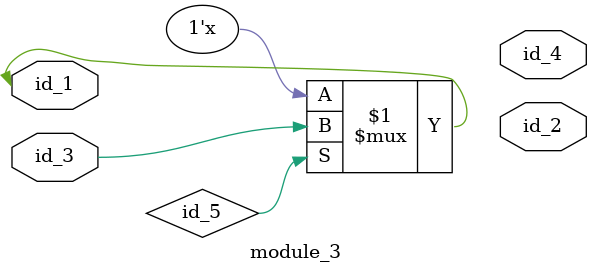
<source format=v>
module module_0;
  always $display(id_1);
  wire id_2 = id_2;
endmodule
module module_1;
  wand id_1;
  wire id_4;
  wire id_5;
  module_0 modCall_1 ();
endmodule
module module_2 (
    id_1,
    id_2,
    id_3,
    id_4
);
  output wire id_4;
  output wire id_3;
  output wire id_2;
  inout wire id_1;
  module_0 modCall_1 ();
endmodule
module module_3 (
    id_1,
    id_2,
    id_3,
    id_4
);
  output wire id_4;
  input wire id_3;
  output wire id_2;
  inout wire id_1;
  bufif1 primCall (id_1, id_3, id_5);
  wire id_5;
  module_0 modCall_1 ();
endmodule

</source>
